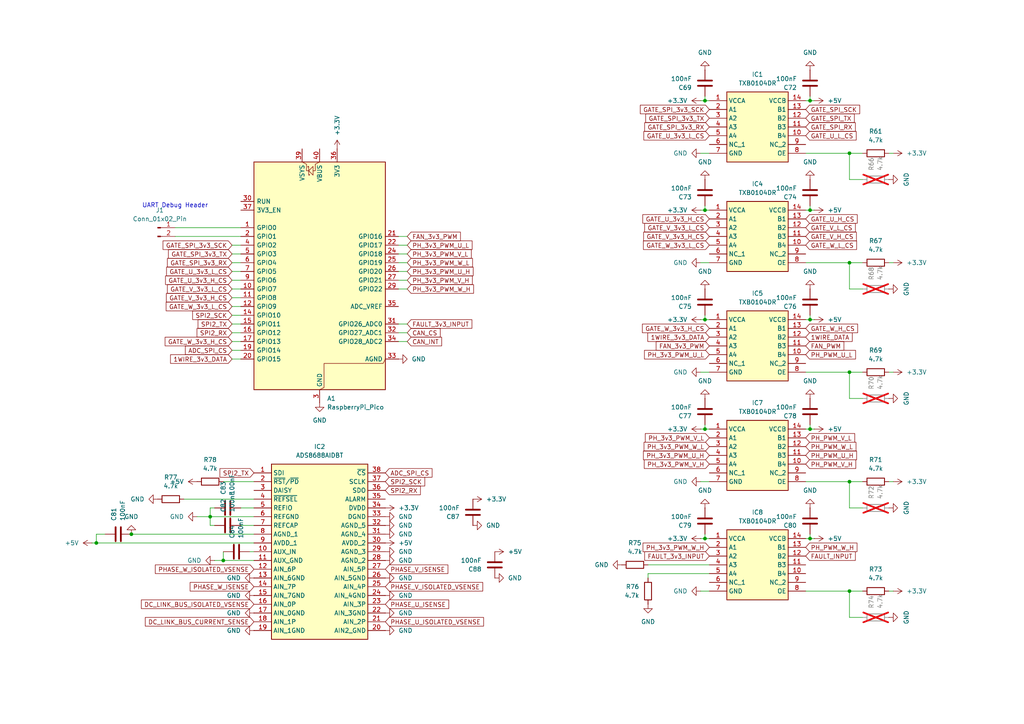
<source format=kicad_sch>
(kicad_sch (version 20250114) (generator "eeschema") (generator_version "9.0")
  (paper "A4")
  (text "UART Debug Header" (at 50.8 59.69 0) (effects (font (size 1.27 1.27))))
  (junction (at 234.95 29.21))
  (junction (at 234.95 156.21))
  (junction (at 204.47 29.21))
  (junction (at 64.77 162.56))
  (junction (at 234.95 60.96))
  (junction (at 246.38 107.95))
  (junction (at 246.38 139.7))
  (junction (at 246.38 76.2))
  (junction (at 204.47 124.46))
  (junction (at 204.47 92.71))
  (junction (at 27.94 157.48))
  (junction (at 38.1 154.94))
  (junction (at 204.47 60.96))
  (junction (at 246.38 171.45))
  (junction (at 204.47 156.21))
  (junction (at 60.96 149.86))
  (junction (at 234.95 124.46))
  (junction (at 246.38 44.45))
  (junction (at 234.95 92.71))
  (wire (pts (xy 118.11 81.28) (xy 115.57 81.28)))
  (wire (pts (xy 67.31 93.98) (xy 69.85 93.98)))
  (wire (pts (xy 203.2 156.21) (xy 204.47 156.21)))
  (wire (pts (xy 250.19 52.07) (xy 246.38 52.07)))
  (wire (pts (xy 62.23 147.32) (xy 60.96 147.32)))
  (wire (pts (xy 69.85 147.32) (xy 73.66 147.32)))
  (wire (pts (xy 118.11 76.2) (xy 115.57 76.2)))
  (wire (pts (xy 257.81 139.7) (xy 259.08 139.7)))
  (wire (pts (xy 233.68 29.21) (xy 234.95 29.21)))
  (wire (pts (xy 67.31 78.74) (xy 69.85 78.74)))
  (wire (pts (xy 60.96 147.32) (xy 60.96 149.86)))
  (wire (pts (xy 203.2 139.7) (xy 205.74 139.7)))
  (wire (pts (xy 72.39 160.02) (xy 73.66 160.02)))
  (wire (pts (xy 246.38 83.82) (xy 246.38 76.2)))
  (wire (pts (xy 67.31 81.28) (xy 69.85 81.28)))
  (wire (pts (xy 234.95 27.94) (xy 234.95 29.21)))
  (wire (pts (xy 233.68 44.45) (xy 246.38 44.45)))
  (wire (pts (xy 203.2 107.95) (xy 205.74 107.95)))
  (wire (pts (xy 118.11 78.74) (xy 115.57 78.74)))
  (wire (pts (xy 250.19 147.32) (xy 246.38 147.32)))
  (wire (pts (xy 233.68 92.71) (xy 234.95 92.71)))
  (wire (pts (xy 246.38 107.95) (xy 250.19 107.95)))
  (wire (pts (xy 233.68 156.21) (xy 234.95 156.21)))
  (wire (pts (xy 234.95 156.21) (xy 236.22 156.21)))
  (wire (pts (xy 204.47 156.21) (xy 205.74 156.21)))
  (wire (pts (xy 234.95 59.69) (xy 234.95 60.96)))
  (wire (pts (xy 234.95 124.46) (xy 236.22 124.46)))
  (wire (pts (xy 187.96 166.37) (xy 187.96 167.64)))
  (wire (pts (xy 30.48 154.94) (xy 27.94 154.94)))
  (wire (pts (xy 257.81 44.45) (xy 259.08 44.45)))
  (wire (pts (xy 64.77 139.7) (xy 73.66 139.7)))
  (wire (pts (xy 246.38 76.2) (xy 250.19 76.2)))
  (wire (pts (xy 246.38 115.57) (xy 246.38 107.95)))
  (wire (pts (xy 67.31 104.14) (xy 69.85 104.14)))
  (wire (pts (xy 67.31 88.9) (xy 69.85 88.9)))
  (wire (pts (xy 67.31 71.12) (xy 69.85 71.12)))
  (wire (pts (xy 204.47 29.21) (xy 205.74 29.21)))
  (wire (pts (xy 118.11 73.66) (xy 115.57 73.66)))
  (wire (pts (xy 204.47 60.96) (xy 205.74 60.96)))
  (wire (pts (xy 67.31 76.2) (xy 69.85 76.2)))
  (wire (pts (xy 233.68 124.46) (xy 234.95 124.46)))
  (wire (pts (xy 115.57 96.52) (xy 118.11 96.52)))
  (wire (pts (xy 204.47 59.69) (xy 204.47 60.96)))
  (wire (pts (xy 246.38 179.07) (xy 246.38 171.45)))
  (wire (pts (xy 204.47 91.44) (xy 204.47 92.71)))
  (wire (pts (xy 203.2 44.45) (xy 205.74 44.45)))
  (wire (pts (xy 118.11 93.98) (xy 115.57 93.98)))
  (wire (pts (xy 118.11 71.12) (xy 115.57 71.12)))
  (wire (pts (xy 50.8 66.04) (xy 69.85 66.04)))
  (wire (pts (xy 62.23 152.4) (xy 60.96 152.4)))
  (wire (pts (xy 246.38 44.45) (xy 250.19 44.45)))
  (wire (pts (xy 234.95 29.21) (xy 236.22 29.21)))
  (wire (pts (xy 27.94 154.94) (xy 27.94 157.48)))
  (wire (pts (xy 203.2 60.96) (xy 204.47 60.96)))
  (wire (pts (xy 60.96 149.86) (xy 60.96 152.4)))
  (wire (pts (xy 234.95 154.94) (xy 234.95 156.21)))
  (wire (pts (xy 246.38 52.07) (xy 246.38 44.45)))
  (wire (pts (xy 250.19 83.82) (xy 246.38 83.82)))
  (wire (pts (xy 50.8 68.58) (xy 69.85 68.58)))
  (wire (pts (xy 67.31 99.06) (xy 69.85 99.06)))
  (wire (pts (xy 118.11 83.82) (xy 115.57 83.82)))
  (wire (pts (xy 257.81 107.95) (xy 259.08 107.95)))
  (wire (pts (xy 67.31 83.82) (xy 69.85 83.82)))
  (wire (pts (xy 67.31 86.36) (xy 69.85 86.36)))
  (wire (pts (xy 233.68 139.7) (xy 246.38 139.7)))
  (wire (pts (xy 115.57 99.06) (xy 118.11 99.06)))
  (wire (pts (xy 27.94 157.48) (xy 73.66 157.48)))
  (wire (pts (xy 203.2 76.2) (xy 205.74 76.2)))
  (wire (pts (xy 233.68 60.96) (xy 234.95 60.96)))
  (wire (pts (xy 187.96 163.83) (xy 205.74 163.83)))
  (wire (pts (xy 233.68 76.2) (xy 246.38 76.2)))
  (wire (pts (xy 246.38 147.32) (xy 246.38 139.7)))
  (wire (pts (xy 69.85 152.4) (xy 73.66 152.4)))
  (wire (pts (xy 234.95 60.96) (xy 236.22 60.96)))
  (wire (pts (xy 250.19 179.07) (xy 246.38 179.07)))
  (wire (pts (xy 115.57 68.58) (xy 118.11 68.58)))
  (wire (pts (xy 67.31 101.6) (xy 69.85 101.6)))
  (wire (pts (xy 67.31 91.44) (xy 69.85 91.44)))
  (wire (pts (xy 204.47 27.94) (xy 204.47 29.21)))
  (wire (pts (xy 205.74 166.37) (xy 187.96 166.37)))
  (wire (pts (xy 257.81 76.2) (xy 259.08 76.2)))
  (wire (pts (xy 60.96 149.86) (xy 73.66 149.86)))
  (wire (pts (xy 246.38 139.7) (xy 250.19 139.7)))
  (wire (pts (xy 203.2 29.21) (xy 204.47 29.21)))
  (wire (pts (xy 204.47 154.94) (xy 204.47 156.21)))
  (wire (pts (xy 234.95 91.44) (xy 234.95 92.71)))
  (wire (pts (xy 204.47 92.71) (xy 205.74 92.71)))
  (wire (pts (xy 250.19 115.57) (xy 246.38 115.57)))
  (wire (pts (xy 234.95 92.71) (xy 236.22 92.71)))
  (wire (pts (xy 67.31 96.52) (xy 69.85 96.52)))
  (wire (pts (xy 67.31 73.66) (xy 69.85 73.66)))
  (wire (pts (xy 246.38 171.45) (xy 250.19 171.45)))
  (wire (pts (xy 233.68 107.95) (xy 246.38 107.95)))
  (wire (pts (xy 64.77 162.56) (xy 73.66 162.56)))
  (wire (pts (xy 203.2 171.45) (xy 205.74 171.45)))
  (wire (pts (xy 57.15 149.86) (xy 60.96 149.86)))
  (wire (pts (xy 234.95 123.19) (xy 234.95 124.46)))
  (wire (pts (xy 53.34 144.78) (xy 73.66 144.78)))
  (wire (pts (xy 233.68 171.45) (xy 246.38 171.45)))
  (wire (pts (xy 62.23 162.56) (xy 64.77 162.56)))
  (wire (pts (xy 204.47 123.19) (xy 204.47 124.46)))
  (wire (pts (xy 26.67 157.48) (xy 27.94 157.48)))
  (wire (pts (xy 257.81 171.45) (xy 259.08 171.45)))
  (wire (pts (xy 38.1 154.94) (xy 73.66 154.94)))
  (wire (pts (xy 64.77 160.02) (xy 64.77 162.56)))
  (wire (pts (xy 203.2 92.71) (xy 204.47 92.71)))
  (wire (pts (xy 203.2 124.46) (xy 204.47 124.46)))
  (wire (pts (xy 204.47 124.46) (xy 205.74 124.46)))
  (global_label "PH_3v3_PWM_U_H" (shape input) (at 118.11 78.74 0) (property "Intersheetrefs" "${INTERSHEET_REFS}" (effects (hide yes))))
  (global_label "FAN_3v3_PWM" (shape input) (at 118.11 68.58 0) (property "Intersheetrefs" "${INTERSHEET_REFS}" (effects (hide yes))))
  (global_label "SPI2_TX" (shape input) (at 73.66 137.16 180) (property "Intersheetrefs" "${INTERSHEET_REFS}" (effects (hide yes))))
  (global_label "PH_3v3_PWM_W_L" (shape input) (at 205.74 129.54 180) (property "Intersheetrefs" "${INTERSHEET_REFS}" (effects (hide yes))))
  (global_label "PH_PWM_U_H" (shape input) (at 233.68 132.08 0) (property "Intersheetrefs" "${INTERSHEET_REFS}" (effects (hide yes))))
  (global_label "GATE_V_3v3_L_CS" (shape input) (at 205.74 66.04 180) (property "Intersheetrefs" "${INTERSHEET_REFS}" (effects (hide yes))))
  (global_label "PHASE_V_ISENSE" (shape input) (at 111.76 165.1 0) (property "Intersheetrefs" "${INTERSHEET_REFS}" (effects (hide yes))))
  (global_label "PH_3v3_PWM_U_L" (shape input) (at 205.74 102.87 180) (property "Intersheetrefs" "${INTERSHEET_REFS}" (effects (hide yes))))
  (global_label "SPI2_TX" (shape input) (at 67.31 93.98 180) (property "Intersheetrefs" "${INTERSHEET_REFS}" (effects (hide yes))))
  (global_label "GATE_V_H_CS" (shape input) (at 233.68 68.58 0) (property "Intersheetrefs" "${INTERSHEET_REFS}" (effects (hide yes))))
  (global_label "GATE_W_3v3_H_CS" (shape input) (at 205.74 95.25 180) (property "Intersheetrefs" "${INTERSHEET_REFS}" (effects (hide yes))))
  (global_label "PH_3v3_PWM_V_L" (shape input) (at 205.74 127 180) (property "Intersheetrefs" "${INTERSHEET_REFS}" (effects (hide yes))))
  (global_label "GATE_U_3v3_L_CS" (shape input) (at 67.31 78.74 180) (property "Intersheetrefs" "${INTERSHEET_REFS}" (effects (hide yes))))
  (global_label "GATE_SPI_SCK" (shape input) (at 233.68 31.75 0) (property "Intersheetrefs" "${INTERSHEET_REFS}" (effects (hide yes))))
  (global_label "SPI2_SCK" (shape input) (at 111.76 139.7 0) (property "Intersheetrefs" "${INTERSHEET_REFS}" (effects (hide yes))))
  (global_label "FAULT_3v3_INPUT" (shape input) (at 205.74 161.29 180) (property "Intersheetrefs" "${INTERSHEET_REFS}" (effects (hide yes))))
  (global_label "GATE_SPI_3v3_TX" (shape input) (at 67.31 73.66 180) (property "Intersheetrefs" "${INTERSHEET_REFS}" (effects (hide yes))))
  (global_label "GATE_SPI_3v3_TX" (shape input) (at 205.74 34.29 180) (property "Intersheetrefs" "${INTERSHEET_REFS}" (effects (hide yes))))
  (global_label "ADC_SPI_CS" (shape input) (at 67.31 101.6 180) (property "Intersheetrefs" "${INTERSHEET_REFS}" (effects (hide yes))))
  (global_label "GATE_SPI_RX" (shape input) (at 233.68 36.83 0) (property "Intersheetrefs" "${INTERSHEET_REFS}" (effects (hide yes))))
  (global_label "FAN_PWM" (shape input) (at 233.68 100.33 0) (property "Intersheetrefs" "${INTERSHEET_REFS}" (effects (hide yes))))
  (global_label "PHASE_W_ISOLATED_VSENSE" (shape input) (at 73.66 165.1 180) (property "Intersheetrefs" "${INTERSHEET_REFS}" (effects (hide yes))))
  (global_label "PH_PWM_V_H" (shape input) (at 233.68 134.62 0) (property "Intersheetrefs" "${INTERSHEET_REFS}" (effects (hide yes))))
  (global_label "PH_3v3_PWM_W_H" (shape input) (at 205.74 158.75 180) (property "Intersheetrefs" "${INTERSHEET_REFS}" (effects (hide yes))))
  (global_label "DC_LINK_BUS_CURRENT_SENSE" (shape input) (at 73.66 180.34 180) (property "Intersheetrefs" "${INTERSHEET_REFS}" (effects (hide yes))))
  (global_label "PH_PWM_W_L" (shape input) (at 233.68 129.54 0) (property "Intersheetrefs" "${INTERSHEET_REFS}" (effects (hide yes))))
  (global_label "GATE_U_L_CS" (shape input) (at 233.68 39.37 0) (property "Intersheetrefs" "${INTERSHEET_REFS}" (effects (hide yes))))
  (global_label "PH_3v3_PWM_U_L" (shape input) (at 118.11 71.12 0) (property "Intersheetrefs" "${INTERSHEET_REFS}" (effects (hide yes))))
  (global_label "1WIRE_3v3_DATA" (shape input) (at 67.31 104.14 180) (property "Intersheetrefs" "${INTERSHEET_REFS}" (effects (hide yes))))
  (global_label "PH_PWM_U_L" (shape input) (at 233.68 102.87 0) (property "Intersheetrefs" "${INTERSHEET_REFS}" (effects (hide yes))))
  (global_label "GATE_W_3v3_L_CS" (shape input) (at 67.31 88.9 180) (property "Intersheetrefs" "${INTERSHEET_REFS}" (effects (hide yes))))
  (global_label "PHASE_U_ISOLATED_VSENSE" (shape input) (at 111.76 180.34 0) (property "Intersheetrefs" "${INTERSHEET_REFS}" (effects (hide yes))))
  (global_label "CAN_CS" (shape input) (at 118.11 96.52 0) (property "Intersheetrefs" "${INTERSHEET_REFS}" (effects (hide yes))))
  (global_label "1WIRE_3v3_DATA" (shape input) (at 205.74 97.79 180) (property "Intersheetrefs" "${INTERSHEET_REFS}" (effects (hide yes))))
  (global_label "GATE_SPI_3v3_SCK" (shape input) (at 67.31 71.12 180) (property "Intersheetrefs" "${INTERSHEET_REFS}" (effects (hide yes))))
  (global_label "1WIRE_DATA" (shape input) (at 233.68 97.79 0) (property "Intersheetrefs" "${INTERSHEET_REFS}" (effects (hide yes))))
  (global_label "PHASE_V_ISOLATED_VSENSE" (shape input) (at 111.76 170.18 0) (property "Intersheetrefs" "${INTERSHEET_REFS}" (effects (hide yes))))
  (global_label "GATE_SPI_TX" (shape input) (at 233.68 34.29 0) (property "Intersheetrefs" "${INTERSHEET_REFS}" (effects (hide yes))))
  (global_label "SPI2_RX" (shape input) (at 67.31 96.52 180) (property "Intersheetrefs" "${INTERSHEET_REFS}" (effects (hide yes))))
  (global_label "SPI2_SCK" (shape input) (at 67.31 91.44 180) (property "Intersheetrefs" "${INTERSHEET_REFS}" (effects (hide yes))))
  (global_label "GATE_W_L_CS" (shape input) (at 233.68 71.12 0) (property "Intersheetrefs" "${INTERSHEET_REFS}" (effects (hide yes))))
  (global_label "GATE_W_3v3_L_CS" (shape input) (at 205.74 71.12 180) (property "Intersheetrefs" "${INTERSHEET_REFS}" (effects (hide yes))))
  (global_label "PH_PWM_W_H" (shape input) (at 233.68 158.75 0) (property "Intersheetrefs" "${INTERSHEET_REFS}" (effects (hide yes))))
  (global_label "GATE_V_L_CS" (shape input) (at 233.68 66.04 0) (property "Intersheetrefs" "${INTERSHEET_REFS}" (effects (hide yes))))
  (global_label "FAULT_INPUT" (shape input) (at 233.68 161.29 0) (property "Intersheetrefs" "${INTERSHEET_REFS}" (effects (hide yes))))
  (global_label "FAULT_3v3_INPUT" (shape input) (at 118.11 93.98 0) (property "Intersheetrefs" "${INTERSHEET_REFS}" (effects (hide yes))))
  (global_label "GATE_W_H_CS" (shape input) (at 233.68 95.25 0) (property "Intersheetrefs" "${INTERSHEET_REFS}" (effects (hide yes))))
  (global_label "PH_3v3_PWM_W_H" (shape input) (at 118.11 83.82 0) (property "Intersheetrefs" "${INTERSHEET_REFS}" (effects (hide yes))))
  (global_label "GATE_SPI_3v3_SCK" (shape input) (at 205.74 31.75 180) (property "Intersheetrefs" "${INTERSHEET_REFS}" (effects (hide yes))))
  (global_label "CAN_INT" (shape input) (at 118.11 99.06 0) (property "Intersheetrefs" "${INTERSHEET_REFS}" (effects (hide yes))))
  (global_label "GATE_U_3v3_L_CS" (shape input) (at 205.74 39.37 180) (property "Intersheetrefs" "${INTERSHEET_REFS}" (effects (hide yes))))
  (global_label "FAN_3v3_PWM" (shape input) (at 205.74 100.33 180) (property "Intersheetrefs" "${INTERSHEET_REFS}" (effects (hide yes))))
  (global_label "GATE_W_3v3_H_CS" (shape input) (at 67.31 99.06 180) (property "Intersheetrefs" "${INTERSHEET_REFS}" (effects (hide yes))))
  (global_label "GATE_U_3v3_H_CS" (shape input) (at 205.74 63.5 180) (property "Intersheetrefs" "${INTERSHEET_REFS}" (effects (hide yes))))
  (global_label "GATE_V_3v3_L_CS" (shape input) (at 67.31 83.82 180) (property "Intersheetrefs" "${INTERSHEET_REFS}" (effects (hide yes))))
  (global_label "GATE_U_H_CS" (shape input) (at 233.68 63.5 0) (property "Intersheetrefs" "${INTERSHEET_REFS}" (effects (hide yes))))
  (global_label "SPI2_RX" (shape input) (at 111.76 142.24 0) (property "Intersheetrefs" "${INTERSHEET_REFS}" (effects (hide yes))))
  (global_label "PH_PWM_V_L" (shape input) (at 233.68 127 0) (property "Intersheetrefs" "${INTERSHEET_REFS}" (effects (hide yes))))
  (global_label "PH_3v3_PWM_V_H" (shape input) (at 118.11 81.28 0) (property "Intersheetrefs" "${INTERSHEET_REFS}" (effects (hide yes))))
  (global_label "GATE_SPI_3v3_RX" (shape input) (at 205.74 36.83 180) (property "Intersheetrefs" "${INTERSHEET_REFS}" (effects (hide yes))))
  (global_label "ADC_SPI_CS" (shape input) (at 111.76 137.16 0) (property "Intersheetrefs" "${INTERSHEET_REFS}" (effects (hide yes))))
  (global_label "GATE_V_3v3_H_CS" (shape input) (at 205.74 68.58 180) (property "Intersheetrefs" "${INTERSHEET_REFS}" (effects (hide yes))))
  (global_label "PH_3v3_PWM_V_L" (shape input) (at 118.11 73.66 0) (property "Intersheetrefs" "${INTERSHEET_REFS}" (effects (hide yes))))
  (global_label "PHASE_U_ISENSE" (shape input) (at 111.76 175.26 0) (property "Intersheetrefs" "${INTERSHEET_REFS}" (effects (hide yes))))
  (global_label "GATE_U_3v3_H_CS" (shape input) (at 67.31 81.28 180) (property "Intersheetrefs" "${INTERSHEET_REFS}" (effects (hide yes))))
  (global_label "PHASE_W_ISENSE" (shape input) (at 73.66 170.18 180) (property "Intersheetrefs" "${INTERSHEET_REFS}" (effects (hide yes))))
  (global_label "PH_3v3_PWM_V_H" (shape input) (at 205.74 134.62 180) (property "Intersheetrefs" "${INTERSHEET_REFS}" (effects (hide yes))))
  (global_label "GATE_SPI_3v3_RX" (shape input) (at 67.31 76.2 180) (property "Intersheetrefs" "${INTERSHEET_REFS}" (effects (hide yes))))
  (global_label "GATE_V_3v3_H_CS" (shape input) (at 67.31 86.36 180) (property "Intersheetrefs" "${INTERSHEET_REFS}" (effects (hide yes))))
  (global_label "PH_3v3_PWM_W_L" (shape input) (at 118.11 76.2 0) (property "Intersheetrefs" "${INTERSHEET_REFS}" (effects (hide yes))))
  (global_label "PH_3v3_PWM_U_H" (shape input) (at 205.74 132.08 180) (property "Intersheetrefs" "${INTERSHEET_REFS}" (effects (hide yes))))
  (global_label "DC_LINK_BUS_ISOLATED_VSENSE" (shape input) (at 73.66 175.26 180) (property "Intersheetrefs" "${INTERSHEET_REFS}" (effects (hide yes))))
  (symbol (lib_id "Device:C") (at 234.95 87.63 180) (unit 1)
    (property "Reference" "C76" (at 231.14 88.9001 0) (effects (justify left)))
    (property "Value" "100nF" (at 231.14 86.36 0) (effects (justify left)))
    (property "Footprint" "Capacitor_SMD:C_1210_3225Metric_Pad1.33x2.70mm_HandSolder" (effects (hide yes)))
    (property "Description" "Unpolarized capacitor" (effects (hide yes)))
  )
  (symbol (lib_id "Device:R") (at 254 115.57 270) (unit 1) (dnp yes)
    (property "Reference" "R70" (at 252.7299 113.03 0) (effects (justify right)))
    (property "Value" "4.7k" (at 255.2699 113.03 0) (effects (justify right)))
    (property "Footprint" "Resistor_SMD:R_1210_3225Metric_Pad1.30x2.65mm_HandSolder" (effects (hide yes)))
    (property "Description" "Resistor" (effects (hide yes)))
  )
  (symbol (lib_id "power:+3.3V") (at 97.79 43.18 0) (unit 1)
    (property "Reference" "#PWR02" (effects (hide yes)))
    (property "Value" "+3.3V" (at 97.7901 39.37 90) (effects (justify left)))
    (property "Description" "Power symbol creates a global label with name \"+3.3V\"" (effects (hide yes)))
  )
  (symbol (lib_id "power:GND") (at 257.81 115.57 90) (unit 1)
    (property "Reference" "#PWR0112" (effects (hide yes)))
    (property "Value" "GND" (at 262.89 115.57 0))
    (property "Description" "Power symbol creates a global label with name \"GND\" , ground" (effects (hide yes)))
  )
  (symbol (lib_id "Device:R") (at 254 76.2 90) (unit 1)
    (property "Reference" "R67" (at 254 69.85 90))
    (property "Value" "4.7k" (at 254 72.39 90))
    (property "Footprint" "Resistor_SMD:R_1210_3225Metric_Pad1.30x2.65mm_HandSolder" (effects (hide yes)))
    (property "Description" "Resistor" (effects (hide yes)))
  )
  (symbol (lib_id "Device:R") (at 254 52.07 270) (unit 1) (dnp yes)
    (property "Reference" "R66" (at 252.7299 49.53 0) (effects (justify right)))
    (property "Value" "4.7k" (at 255.2699 49.53 0) (effects (justify right)))
    (property "Footprint" "Resistor_SMD:R_1210_3225Metric_Pad1.30x2.65mm_HandSolder" (effects (hide yes)))
    (property "Description" "Resistor" (effects (hide yes)))
  )
  (symbol (lib_id "power:GND") (at 73.66 182.88 270) (unit 1)
    (property "Reference" "#PWR0148" (effects (hide yes)))
    (property "Value" "GND" (at 69.85 182.8799 90) (effects (justify right)))
    (property "Description" "Power symbol creates a global label with name \"GND\" , ground" (effects (hide yes)))
  )
  (symbol (lib_id "power:GND") (at 204.47 83.82 180) (unit 1)
    (property "Reference" "#PWR0109" (effects (hide yes)))
    (property "Value" "GND" (at 204.47 78.74 0))
    (property "Description" "Power symbol creates a global label with name \"GND\" , ground" (effects (hide yes)))
  )
  (symbol (lib_id "Device:C") (at 204.47 119.38 180) (unit 1)
    (property "Reference" "C77" (at 200.66 120.6501 0) (effects (justify left)))
    (property "Value" "100nF" (at 200.66 118.11 0) (effects (justify left)))
    (property "Footprint" "Capacitor_SMD:C_1210_3225Metric_Pad1.33x2.70mm_HandSolder" (effects (hide yes)))
    (property "Description" "Unpolarized capacitor" (effects (hide yes)))
  )
  (symbol (lib_id "power:GND") (at 73.66 167.64 270) (unit 1)
    (property "Reference" "#PWR0151" (effects (hide yes)))
    (property "Value" "GND" (at 69.85 167.6399 90) (effects (justify right)))
    (property "Description" "Power symbol creates a global label with name \"GND\" , ground" (effects (hide yes)))
  )
  (symbol (lib_id "power:+3.3V") (at 111.76 147.32 270) (unit 1)
    (property "Reference" "#PWR0135" (effects (hide yes)))
    (property "Value" "+3.3V" (at 115.57 147.3199 90) (effects (justify left)))
    (property "Description" "Power symbol creates a global label with name \"+3.3V\"" (effects (hide yes)))
  )
  (symbol (lib_id "power:GND") (at 204.47 147.32 180) (unit 1)
    (property "Reference" "#PWR0127" (effects (hide yes)))
    (property "Value" "GND" (at 204.47 142.24 0))
    (property "Description" "Power symbol creates a global label with name \"GND\" , ground" (effects (hide yes)))
  )
  (symbol (lib_id "power:+3.3V") (at 259.08 76.2 270) (unit 1)
    (property "Reference" "#PWR026" (effects (hide yes)))
    (property "Value" "+3.3V" (at 262.89 76.1999 90) (effects (justify left)))
    (property "Description" "Power symbol creates a global label with name \"+3.3V\"" (effects (hide yes)))
  )
  (symbol (lib_id "power:GND") (at 204.47 52.07 180) (unit 1)
    (property "Reference" "#PWR0105" (effects (hide yes)))
    (property "Value" "GND" (at 204.47 46.99 0))
    (property "Description" "Power symbol creates a global label with name \"GND\" , ground" (effects (hide yes)))
  )
  (symbol (lib_id "power:+3.3V") (at 203.2 156.21 90) (unit 1)
    (property "Reference" "#PWR0124" (effects (hide yes)))
    (property "Value" "+3.3V" (at 199.39 156.2099 90) (effects (justify left)))
    (property "Description" "Power symbol creates a global label with name \"+3.3V\"" (effects (hide yes)))
  )
  (symbol (lib_id "Device:R") (at 254 147.32 270) (unit 1) (dnp yes)
    (property "Reference" "R72" (at 252.7299 144.78 0) (effects (justify right)))
    (property "Value" "4.7k" (at 255.2699 144.78 0) (effects (justify right)))
    (property "Footprint" "Resistor_SMD:R_1210_3225Metric_Pad1.30x2.65mm_HandSolder" (effects (hide yes)))
    (property "Description" "Resistor" (effects (hide yes)))
  )
  (symbol (lib_id "power:GND") (at 111.76 167.64 90) (unit 1)
    (property "Reference" "#PWR0144" (effects (hide yes)))
    (property "Value" "GND" (at 115.57 167.6399 90) (effects (justify right)))
    (property "Description" "Power symbol creates a global label with name \"GND\" , ground" (effects (hide yes)))
  )
  (symbol (lib_id "power:GND") (at 180.34 163.83 270) (unit 1)
    (property "Reference" "#PWR0133" (effects (hide yes)))
    (property "Value" "GND" (at 176.53 163.8299 90) (effects (justify right)))
    (property "Description" "Power symbol creates a global label with name \"GND\" , ground" (effects (hide yes)))
  )
  (symbol (lib_id "power:GND") (at 203.2 139.7 270) (unit 1)
    (property "Reference" "#PWR0115" (effects (hide yes)))
    (property "Value" "GND" (at 199.39 139.6999 90) (effects (justify right)))
    (property "Description" "Power symbol creates a global label with name \"GND\" , ground" (effects (hide yes)))
  )
  (symbol (lib_id "Device:R") (at 184.15 163.83 90) (unit 1)
    (property "Reference" "R75" (at 184.15 157.48 90))
    (property "Value" "4.7k" (at 184.15 160.02 90))
    (property "Footprint" "Resistor_SMD:R_1210_3225Metric_Pad1.30x2.65mm_HandSolder" (effects (hide yes)))
    (property "Description" "Resistor" (effects (hide yes)))
  )
  (symbol (lib_id "Device:R") (at 60.96 139.7 90) (unit 1)
    (property "Reference" "R78" (at 60.96 133.35 90))
    (property "Value" "4.7k" (at 60.96 135.89 90))
    (property "Footprint" "Resistor_SMD:R_1210_3225Metric_Pad1.30x2.65mm_HandSolder" (effects (hide yes)))
    (property "Description" "Resistor" (effects (hide yes)))
  )
  (symbol (lib_id "power:GND") (at 203.2 171.45 270) (unit 1)
    (property "Reference" "#PWR0125" (effects (hide yes)))
    (property "Value" "GND" (at 199.39 171.4499 90) (effects (justify right)))
    (property "Description" "Power symbol creates a global label with name \"GND\" , ground" (effects (hide yes)))
  )
  (symbol (lib_id "power:+5V") (at 236.22 29.21 270) (unit 1)
    (property "Reference" "#PWR023" (effects (hide yes)))
    (property "Value" "+5V" (at 240.03 29.2099 90) (effects (justify left)))
    (property "Description" "Power symbol creates a global label with name \"+5V\"" (effects (hide yes)))
  )
  (symbol (lib_id "InverterCom:ADS8688AIDBT") (at 73.66 137.16 0) (unit 1)
    (property "Reference" "IC2" (at 92.71 129.54 0))
    (property "Value" "ADS8688AIDBT" (at 92.71 132.08 0))
    (property "Footprint" "InverterCom:SOP50P640X120-38M" (effects (hide yes)))
    (property "Datasheet" "http://www.ti.com/lit/gpn/ads8688a" (effects (hide yes)))
    (property "Description" "16-Bit, 500kSPS, 8-Ch SAR ADC With Bipolar Inputs Using 5V Supply and Low-Drift VREF" (effects (hide yes)))
    (property "Height" "1.2" (effects (hide yes)))
    (property "Mouser Part Number" "595-ADS8688AIDBT" (effects (hide yes)))
    (property "Mouser Price/Stock" "https://www.mouser.co.uk/ProductDetail/Texas-Instruments/ADS8688AIDBT?qs=xufs61hA5MZv%2F46DP%252BYoHw%3D%3D" (effects (hide yes)))
    (property "Manufacturer_Name" "Texas Instruments" (effects (hide yes)))
    (property "Manufacturer_Part_Number" "ADS8688AIDBT" (effects (hide yes)))
  )
  (symbol (lib_id "InverterCom:TXB0104DR") (at 205.74 156.21 0) (unit 1)
    (property "Reference" "IC8" (at 219.71 148.59 0))
    (property "Value" "TXB0104DR" (at 219.71 151.13 0))
    (property "Footprint" "InverterCom:SOIC127P600X175-14N" (effects (hide yes)))
    (property "Datasheet" "http://www.ti.com/lit/gpn/txb0104" (effects (hide yes)))
    (property "Description" "4-Bit Bidirectional Voltage-Level Shifter with Auto Direction Sensing and +/-15 kV ESD Protect" (effects (hide yes)))
    (property "Height" "1.75" (effects (hide yes)))
    (property "Mouser Part Number" "595-TXB0104DR" (effects (hide yes)))
    (property "Mouser Price/Stock" "https://www.mouser.co.uk/ProductDetail/Texas-Instruments/TXB0104DR?qs=oFXvjAmG9EgBSYD5QAjkqQ%3D%3D" (effects (hide yes)))
    (property "Manufacturer_Name" "Texas Instruments" (effects (hide yes)))
    (property "Manufacturer_Part_Number" "TXB0104DR" (effects (hide yes)))
  )
  (symbol (lib_id "power:GND") (at 38.1 154.94 180) (unit 1)
    (property "Reference" "#PWR0137" (effects (hide yes)))
    (property "Value" "GND" (at 38.1 149.86 0))
    (property "Description" "Power symbol creates a global label with name \"GND\" , ground" (effects (hide yes)))
  )
  (symbol (lib_id "power:GND") (at 115.57 104.14 90) (unit 1)
    (property "Reference" "#PWR021" (effects (hide yes)))
    (property "Value" "GND" (at 119.38 104.1399 90) (effects (justify right)))
    (property "Description" "Power symbol creates a global label with name \"GND\" , ground" (effects (hide yes)))
  )
  (symbol (lib_id "Device:C") (at 234.95 24.13 180) (unit 1)
    (property "Reference" "C72" (at 231.14 25.4001 0) (effects (justify left)))
    (property "Value" "100nF" (at 231.14 22.86 0) (effects (justify left)))
    (property "Footprint" "Capacitor_SMD:C_1210_3225Metric_Pad1.33x2.70mm_HandSolder" (effects (hide yes)))
    (property "Description" "Unpolarized capacitor" (effects (hide yes)))
  )
  (symbol (lib_id "power:GND") (at 111.76 149.86 90) (unit 1)
    (property "Reference" "#PWR0141" (effects (hide yes)))
    (property "Value" "GND" (at 115.57 149.8599 90) (effects (justify right)))
    (property "Description" "Power symbol creates a global label with name \"GND\" , ground" (effects (hide yes)))
  )
  (symbol (lib_id "power:+3.3V") (at 259.08 139.7 270) (unit 1)
    (property "Reference" "#PWR0123" (effects (hide yes)))
    (property "Value" "+3.3V" (at 262.89 139.6999 90) (effects (justify left)))
    (property "Description" "Power symbol creates a global label with name \"+3.3V\"" (effects (hide yes)))
  )
  (symbol (lib_id "power:+3.3V") (at 203.2 124.46 90) (unit 1)
    (property "Reference" "#PWR0114" (effects (hide yes)))
    (property "Value" "+3.3V" (at 199.39 124.4599 90) (effects (justify left)))
    (property "Description" "Power symbol creates a global label with name \"+3.3V\"" (effects (hide yes)))
  )
  (symbol (lib_id "power:GND") (at 203.2 44.45 270) (unit 1)
    (property "Reference" "#PWR088" (effects (hide yes)))
    (property "Value" "GND" (at 199.39 44.4499 90) (effects (justify right)))
    (property "Description" "Power symbol creates a global label with name \"GND\" , ground" (effects (hide yes)))
  )
  (symbol (lib_id "power:+5V") (at 26.67 157.48 90) (unit 1)
    (property "Reference" "#PWR0136" (effects (hide yes)))
    (property "Value" "+5V" (at 22.86 157.4799 90) (effects (justify left)))
    (property "Description" "Power symbol creates a global label with name \"+5V\"" (effects (hide yes)))
  )
  (symbol (lib_id "power:GND") (at 111.76 177.8 90) (unit 1)
    (property "Reference" "#PWR0146" (effects (hide yes)))
    (property "Value" "GND" (at 115.57 177.7999 90) (effects (justify right)))
    (property "Description" "Power symbol creates a global label with name \"GND\" , ground" (effects (hide yes)))
  )
  (symbol (lib_id "power:GND") (at 62.23 162.56 270) (unit 1)
    (property "Reference" "#PWR0152" (effects (hide yes)))
    (property "Value" "GND" (at 58.42 162.5599 90) (effects (justify right)))
    (property "Description" "Power symbol creates a global label with name \"GND\" , ground" (effects (hide yes)))
  )
  (symbol (lib_id "power:+3.3V") (at 259.08 107.95 270) (unit 1)
    (property "Reference" "#PWR0113" (effects (hide yes)))
    (property "Value" "+3.3V" (at 262.89 107.9499 90) (effects (justify left)))
    (property "Description" "Power symbol creates a global label with name \"+3.3V\"" (effects (hide yes)))
  )
  (symbol (lib_id "power:GND") (at 111.76 152.4 90) (unit 1)
    (property "Reference" "#PWR0140" (effects (hide yes)))
    (property "Value" "GND" (at 115.57 152.3999 90) (effects (justify right)))
    (property "Description" "Power symbol creates a global label with name \"GND\" , ground" (effects (hide yes)))
  )
  (symbol (lib_id "Device:R") (at 254 83.82 270) (unit 1) (dnp yes)
    (property "Reference" "R68" (at 252.7299 81.28 0) (effects (justify right)))
    (property "Value" "4.7k" (at 255.2699 81.28 0) (effects (justify right)))
    (property "Footprint" "Resistor_SMD:R_1210_3225Metric_Pad1.30x2.65mm_HandSolder" (effects (hide yes)))
    (property "Description" "Resistor" (effects (hide yes)))
  )
  (symbol (lib_id "power:+3.3V") (at 203.2 29.21 90) (unit 1)
    (property "Reference" "#PWR05" (effects (hide yes)))
    (property "Value" "+3.3V" (at 199.39 29.2099 90) (effects (justify left)))
    (property "Description" "Power symbol creates a global label with name \"+3.3V\"" (effects (hide yes)))
  )
  (symbol (lib_id "power:+3.3V") (at 203.2 92.71 90) (unit 1)
    (property "Reference" "#PWR027" (effects (hide yes)))
    (property "Value" "+3.3V" (at 199.39 92.7099 90) (effects (justify left)))
    (property "Description" "Power symbol creates a global label with name \"+3.3V\"" (effects (hide yes)))
  )
  (symbol (lib_id "power:+3.3V") (at 259.08 171.45 270) (unit 1)
    (property "Reference" "#PWR0131" (effects (hide yes)))
    (property "Value" "+3.3V" (at 262.89 171.4499 90) (effects (justify left)))
    (property "Description" "Power symbol creates a global label with name \"+3.3V\"" (effects (hide yes)))
  )
  (symbol (lib_id "power:+5V") (at 57.15 139.7 90) (unit 1)
    (property "Reference" "#PWR0158" (effects (hide yes)))
    (property "Value" "+5V" (at 53.34 139.6999 90) (effects (justify left)))
    (property "Description" "Power symbol creates a global label with name \"+5V\"" (effects (hide yes)))
  )
  (symbol (lib_id "MCU_Module:RaspberryPi_Pico") (at 92.71 81.28 0) (unit 1)
    (property "Reference" "A1" (at 94.8533 115.57 0) (effects (justify left)))
    (property "Value" "RaspberryPi_Pico" (at 94.8533 118.11 0) (effects (justify left)))
    (property "Footprint" "Module:RaspberryPi_Pico_Common_Unspecified" (effects (hide yes)))
    (property "Datasheet" "https://datasheets.raspberrypi.com/pico/pico-datasheet.pdf" (effects (hide yes)))
    (property "Description" "Versatile and inexpensive microcontroller module powered by RP2040 dual-core Arm Cortex-M0+ processor up to 133 MHz, 264kB SRAM, 2MB QSPI flash; also supports Raspberry Pi Pico 2" (effects (hide yes)))
  )
  (symbol (lib_id "Device:C") (at 234.95 119.38 180) (unit 1)
    (property "Reference" "C78" (at 231.14 120.6501 0) (effects (justify left)))
    (property "Value" "100nF" (at 231.14 118.11 0) (effects (justify left)))
    (property "Footprint" "Capacitor_SMD:C_1210_3225Metric_Pad1.33x2.70mm_HandSolder" (effects (hide yes)))
    (property "Description" "Unpolarized capacitor" (effects (hide yes)))
  )
  (symbol (lib_id "Device:R") (at 254 107.95 90) (unit 1)
    (property "Reference" "R69" (at 254 101.6 90))
    (property "Value" "4.7k" (at 254 104.14 90))
    (property "Footprint" "Resistor_SMD:R_1210_3225Metric_Pad1.30x2.65mm_HandSolder" (effects (hide yes)))
    (property "Description" "Resistor" (effects (hide yes)))
  )
  (symbol (lib_id "InverterCom:TXB0104DR") (at 205.74 29.21 0) (unit 1)
    (property "Reference" "IC1" (at 219.71 21.59 0))
    (property "Value" "TXB0104DR" (at 219.71 24.13 0))
    (property "Footprint" "InverterCom:SOIC127P600X175-14N" (effects (hide yes)))
    (property "Datasheet" "http://www.ti.com/lit/gpn/txb0104" (effects (hide yes)))
    (property "Description" "4-Bit Bidirectional Voltage-Level Shifter with Auto Direction Sensing and +/-15 kV ESD Protect" (effects (hide yes)))
    (property "Height" "1.75" (effects (hide yes)))
    (property "Mouser Part Number" "595-TXB0104DR" (effects (hide yes)))
    (property "Mouser Price/Stock" "https://www.mouser.co.uk/ProductDetail/Texas-Instruments/TXB0104DR?qs=oFXvjAmG9EgBSYD5QAjkqQ%3D%3D" (effects (hide yes)))
    (property "Manufacturer_Name" "Texas Instruments" (effects (hide yes)))
    (property "Manufacturer_Part_Number" "TXB0104DR" (effects (hide yes)))
  )
  (symbol (lib_id "power:+3.3V") (at 203.2 60.96 90) (unit 1)
    (property "Reference" "#PWR024" (effects (hide yes)))
    (property "Value" "+3.3V" (at 199.39 60.9599 90) (effects (justify left)))
    (property "Description" "Power symbol creates a global label with name \"+3.3V\"" (effects (hide yes)))
  )
  (symbol (lib_id "power:GND") (at 234.95 52.07 180) (unit 1)
    (property "Reference" "#PWR0106" (effects (hide yes)))
    (property "Value" "GND" (at 234.95 46.99 0))
    (property "Description" "Power symbol creates a global label with name \"GND\" , ground" (effects (hide yes)))
  )
  (symbol (lib_id "power:GND") (at 204.47 20.32 180) (unit 1)
    (property "Reference" "#PWR085" (effects (hide yes)))
    (property "Value" "GND" (at 204.47 15.24 0))
    (property "Description" "Power symbol creates a global label with name \"GND\" , ground" (effects (hide yes)))
  )
  (symbol (lib_id "Device:C") (at 143.51 163.83 180) (unit 1)
    (property "Reference" "C88" (at 139.7 165.1001 0) (effects (justify left)))
    (property "Value" "100nF" (at 139.7 162.56 0) (effects (justify left)))
    (property "Footprint" "Capacitor_SMD:C_1210_3225Metric_Pad1.33x2.70mm_HandSolder" (effects (hide yes)))
    (property "Description" "Unpolarized capacitor" (effects (hide yes)))
  )
  (symbol (lib_id "power:GND") (at 111.76 172.72 90) (unit 1)
    (property "Reference" "#PWR0145" (effects (hide yes)))
    (property "Value" "GND" (at 115.57 172.7199 90) (effects (justify right)))
    (property "Description" "Power symbol creates a global label with name \"GND\" , ground" (effects (hide yes)))
  )
  (symbol (lib_id "power:GND") (at 111.76 154.94 90) (unit 1)
    (property "Reference" "#PWR0139" (effects (hide yes)))
    (property "Value" "GND" (at 115.57 154.9399 90) (effects (justify right)))
    (property "Description" "Power symbol creates a global label with name \"GND\" , ground" (effects (hide yes)))
  )
  (symbol (lib_id "Device:C") (at 137.16 148.59 180) (unit 1)
    (property "Reference" "C87" (at 133.35 149.8601 0) (effects (justify left)))
    (property "Value" "100nF" (at 133.35 147.32 0) (effects (justify left)))
    (property "Footprint" "Capacitor_SMD:C_1210_3225Metric_Pad1.33x2.70mm_HandSolder" (effects (hide yes)))
    (property "Description" "Unpolarized capacitor" (effects (hide yes)))
  )
  (symbol (lib_id "Device:C") (at 66.04 152.4 90) (unit 1)
    (property "Reference" "C82" (at 64.7699 148.59 0) (effects (justify left)))
    (property "Value" "100nF" (at 67.31 148.59 0) (effects (justify left)))
    (property "Footprint" "Capacitor_SMD:C_1210_3225Metric_Pad1.33x2.70mm_HandSolder" (effects (hide yes)))
    (property "Description" "Unpolarized capacitor" (effects (hide yes)))
  )
  (symbol (lib_id "Device:R") (at 254 171.45 90) (unit 1)
    (property "Reference" "R73" (at 254 165.1 90))
    (property "Value" "4.7k" (at 254 167.64 90))
    (property "Footprint" "Resistor_SMD:R_1210_3225Metric_Pad1.30x2.65mm_HandSolder" (effects (hide yes)))
    (property "Description" "Resistor" (effects (hide yes)))
  )
  (symbol (lib_id "power:GND") (at 257.81 179.07 90) (unit 1)
    (property "Reference" "#PWR0130" (effects (hide yes)))
    (property "Value" "GND" (at 262.89 179.07 0))
    (property "Description" "Power symbol creates a global label with name \"GND\" , ground" (effects (hide yes)))
  )
  (symbol (lib_id "power:GND") (at 111.76 162.56 90) (unit 1)
    (property "Reference" "#PWR0143" (effects (hide yes)))
    (property "Value" "GND" (at 115.57 162.5599 90) (effects (justify right)))
    (property "Description" "Power symbol creates a global label with name \"GND\" , ground" (effects (hide yes)))
  )
  (symbol (lib_id "power:+5V") (at 236.22 60.96 270) (unit 1)
    (property "Reference" "#PWR025" (effects (hide yes)))
    (property "Value" "+5V" (at 240.03 60.9599 90) (effects (justify left)))
    (property "Description" "Power symbol creates a global label with name \"+5V\"" (effects (hide yes)))
  )
  (symbol (lib_id "Device:R") (at 254 44.45 90) (unit 1)
    (property "Reference" "R61" (at 254 38.1 90))
    (property "Value" "4.7k" (at 254 40.64 90))
    (property "Footprint" "Resistor_SMD:R_1210_3225Metric_Pad1.30x2.65mm_HandSolder" (effects (hide yes)))
    (property "Description" "Resistor" (effects (hide yes)))
  )
  (symbol (lib_id "power:GND") (at 203.2 76.2 270) (unit 1)
    (property "Reference" "#PWR0104" (effects (hide yes)))
    (property "Value" "GND" (at 199.39 76.1999 90) (effects (justify right)))
    (property "Description" "Power symbol creates a global label with name \"GND\" , ground" (effects (hide yes)))
  )
  (symbol (lib_id "Device:R") (at 254 179.07 270) (unit 1) (dnp yes)
    (property "Reference" "R74" (at 252.7299 176.53 0) (effects (justify right)))
    (property "Value" "4.7k" (at 255.2699 176.53 0) (effects (justify right)))
    (property "Footprint" "Resistor_SMD:R_1210_3225Metric_Pad1.30x2.65mm_HandSolder" (effects (hide yes)))
    (property "Description" "Resistor" (effects (hide yes)))
  )
  (symbol (lib_id "power:+3.3V") (at 259.08 44.45 270) (unit 1)
    (property "Reference" "#PWR06" (effects (hide yes)))
    (property "Value" "+3.3V" (at 262.89 44.4499 90) (effects (justify left)))
    (property "Description" "Power symbol creates a global label with name \"+3.3V\"" (effects (hide yes)))
  )
  (symbol (lib_id "InverterCom:TXB0104DR") (at 205.74 124.46 0) (unit 1)
    (property "Reference" "IC7" (at 219.71 116.84 0))
    (property "Value" "TXB0104DR" (at 219.71 119.38 0))
    (property "Footprint" "InverterCom:SOIC127P600X175-14N" (effects (hide yes)))
    (property "Datasheet" "http://www.ti.com/lit/gpn/txb0104" (effects (hide yes)))
    (property "Description" "4-Bit Bidirectional Voltage-Level Shifter with Auto Direction Sensing and +/-15 kV ESD Protect" (effects (hide yes)))
    (property "Height" "1.75" (effects (hide yes)))
    (property "Mouser Part Number" "595-TXB0104DR" (effects (hide yes)))
    (property "Mouser Price/Stock" "https://www.mouser.co.uk/ProductDetail/Texas-Instruments/TXB0104DR?qs=oFXvjAmG9EgBSYD5QAjkqQ%3D%3D" (effects (hide yes)))
    (property "Manufacturer_Name" "Texas Instruments" (effects (hide yes)))
    (property "Manufacturer_Part_Number" "TXB0104DR" (effects (hide yes)))
  )
  (symbol (lib_id "Device:C") (at 204.47 24.13 180) (unit 1)
    (property "Reference" "C69" (at 200.66 25.4001 0) (effects (justify left)))
    (property "Value" "100nF" (at 200.66 22.86 0) (effects (justify left)))
    (property "Footprint" "Capacitor_SMD:C_1210_3225Metric_Pad1.33x2.70mm_HandSolder" (effects (hide yes)))
    (property "Description" "Unpolarized capacitor" (effects (hide yes)))
  )
  (symbol (lib_id "power:GND") (at 234.95 115.57 180) (unit 1)
    (property "Reference" "#PWR0120" (effects (hide yes)))
    (property "Value" "GND" (at 234.95 110.49 0))
    (property "Description" "Power symbol creates a global label with name \"GND\" , ground" (effects (hide yes)))
  )
  (symbol (lib_id "Device:C") (at 234.95 55.88 180) (unit 1)
    (property "Reference" "C74" (at 231.14 57.1501 0) (effects (justify left)))
    (property "Value" "100nF" (at 231.14 54.61 0) (effects (justify left)))
    (property "Footprint" "Capacitor_SMD:C_1210_3225Metric_Pad1.33x2.70mm_HandSolder" (effects (hide yes)))
    (property "Description" "Unpolarized capacitor" (effects (hide yes)))
  )
  (symbol (lib_id "Device:C") (at 34.29 154.94 90) (unit 1)
    (property "Reference" "C81" (at 33.0199 151.13 0) (effects (justify left)))
    (property "Value" "100nF" (at 35.56 151.13 0) (effects (justify left)))
    (property "Footprint" "Capacitor_SMD:C_1210_3225Metric_Pad1.33x2.70mm_HandSolder" (effects (hide yes)))
    (property "Description" "Unpolarized capacitor" (effects (hide yes)))
  )
  (symbol (lib_id "power:GND") (at 234.95 20.32 180) (unit 1)
    (property "Reference" "#PWR087" (effects (hide yes)))
    (property "Value" "GND" (at 234.95 15.24 0))
    (property "Description" "Power symbol creates a global label with name \"GND\" , ground" (effects (hide yes)))
  )
  (symbol (lib_id "power:GND") (at 73.66 177.8 270) (unit 1)
    (property "Reference" "#PWR0149" (effects (hide yes)))
    (property "Value" "GND" (at 69.85 177.7999 90) (effects (justify right)))
    (property "Description" "Power symbol creates a global label with name \"GND\" , ground" (effects (hide yes)))
  )
  (symbol (lib_id "power:GND") (at 257.81 147.32 90) (unit 1)
    (property "Reference" "#PWR0122" (effects (hide yes)))
    (property "Value" "GND" (at 262.89 147.32 0))
    (property "Description" "Power symbol creates a global label with name \"GND\" , ground" (effects (hide yes)))
  )
  (symbol (lib_id "power:GND") (at 92.71 116.84 0) (unit 1)
    (property "Reference" "#PWR020" (effects (hide yes)))
    (property "Value" "GND" (at 92.71 121.92 0))
    (property "Description" "Power symbol creates a global label with name \"GND\" , ground" (effects (hide yes)))
  )
  (symbol (lib_id "power:+5V") (at 143.51 160.02 270) (unit 1)
    (property "Reference" "#PWR0161" (effects (hide yes)))
    (property "Value" "+5V" (at 147.32 160.0199 90) (effects (justify left)))
    (property "Description" "Power symbol creates a global label with name \"+5V\"" (effects (hide yes)))
  )
  (symbol (lib_id "Connector:Conn_01x02_Pin") (at 45.72 66.04 0) (unit 1)
    (property "Reference" "J1" (at 46.355 60.96 0))
    (property "Value" "Conn_01x02_Pin" (at 46.355 63.5 0))
    (property "Footprint" "Connector_PinHeader_2.54mm:PinHeader_1x02_P2.54mm_Vertical" (effects (hide yes)))
    (property "Description" "Generic connector, single row, 01x02, script generated" (effects (hide yes)))
  )
  (symbol (lib_id "Device:R") (at 49.53 144.78 90) (unit 1)
    (property "Reference" "R77" (at 49.53 138.43 90))
    (property "Value" "4.7k" (at 49.53 140.97 90))
    (property "Footprint" "Resistor_SMD:R_1210_3225Metric_Pad1.30x2.65mm_HandSolder" (effects (hide yes)))
    (property "Description" "Resistor" (effects (hide yes)))
  )
  (symbol (lib_id "power:GND") (at 234.95 83.82 180) (unit 1)
    (property "Reference" "#PWR0111" (effects (hide yes)))
    (property "Value" "GND" (at 234.95 78.74 0))
    (property "Description" "Power symbol creates a global label with name \"GND\" , ground" (effects (hide yes)))
  )
  (symbol (lib_id "Device:C") (at 204.47 151.13 180) (unit 1)
    (property "Reference" "C79" (at 200.66 152.4001 0) (effects (justify left)))
    (property "Value" "100nF" (at 200.66 149.86 0) (effects (justify left)))
    (property "Footprint" "Capacitor_SMD:C_1210_3225Metric_Pad1.33x2.70mm_HandSolder" (effects (hide yes)))
    (property "Description" "Unpolarized capacitor" (effects (hide yes)))
  )
  (symbol (lib_id "Device:C") (at 68.58 160.02 90) (unit 1)
    (property "Reference" "C84" (at 67.3099 156.21 0) (effects (justify left)))
    (property "Value" "100nF" (at 69.85 156.21 0) (effects (justify left)))
    (property "Footprint" "Capacitor_SMD:C_1210_3225Metric_Pad1.33x2.70mm_HandSolder" (effects (hide yes)))
    (property "Description" "Unpolarized capacitor" (effects (hide yes)))
  )
  (symbol (lib_id "power:GND") (at 187.96 175.26 0) (unit 1)
    (property "Reference" "#PWR0132" (effects (hide yes)))
    (property "Value" "GND" (at 187.96 180.34 0))
    (property "Description" "Power symbol creates a global label with name \"GND\" , ground" (effects (hide yes)))
  )
  (symbol (lib_id "power:GND") (at 137.16 152.4 90) (unit 1)
    (property "Reference" "#PWR0160" (effects (hide yes)))
    (property "Value" "GND" (at 140.97 152.3999 90) (effects (justify right)))
    (property "Description" "Power symbol creates a global label with name \"GND\" , ground" (effects (hide yes)))
  )
  (symbol (lib_id "power:GND") (at 257.81 52.07 90) (unit 1)
    (property "Reference" "#PWR0102" (effects (hide yes)))
    (property "Value" "GND" (at 262.89 52.07 0))
    (property "Description" "Power symbol creates a global label with name \"GND\" , ground" (effects (hide yes)))
  )
  (symbol (lib_id "power:+5V") (at 236.22 124.46 270) (unit 1)
    (property "Reference" "#PWR0121" (effects (hide yes)))
    (property "Value" "+5V" (at 240.03 124.4599 90) (effects (justify left)))
    (property "Description" "Power symbol creates a global label with name \"+5V\"" (effects (hide yes)))
  )
  (symbol (lib_id "power:GND") (at 57.15 149.86 270) (unit 1)
    (property "Reference" "#PWR0153" (effects (hide yes)))
    (property "Value" "GND" (at 53.34 149.8599 90) (effects (justify right)))
    (property "Description" "Power symbol creates a global label with name \"GND\" , ground" (effects (hide yes)))
  )
  (symbol (lib_id "power:GND") (at 111.76 160.02 90) (unit 1)
    (property "Reference" "#PWR0142" (effects (hide yes)))
    (property "Value" "GND" (at 115.57 160.0199 90) (effects (justify right)))
    (property "Description" "Power symbol creates a global label with name \"GND\" , ground" (effects (hide yes)))
  )
  (symbol (lib_id "power:+5V") (at 236.22 92.71 270) (unit 1)
    (property "Reference" "#PWR028" (effects (hide yes)))
    (property "Value" "+5V" (at 240.03 92.7099 90) (effects (justify left)))
    (property "Description" "Power symbol creates a global label with name \"+5V\"" (effects (hide yes)))
  )
  (symbol (lib_id "power:+3.3V") (at 137.16 144.78 270) (unit 1)
    (property "Reference" "#PWR0159" (effects (hide yes)))
    (property "Value" "+3.3V" (at 140.97 144.7799 90) (effects (justify left)))
    (property "Description" "Power symbol creates a global label with name \"+3.3V\"" (effects (hide yes)))
  )
  (symbol (lib_id "power:GND") (at 204.47 115.57 180) (unit 1)
    (property "Reference" "#PWR0119" (effects (hide yes)))
    (property "Value" "GND" (at 204.47 110.49 0))
    (property "Description" "Power symbol creates a global label with name \"GND\" , ground" (effects (hide yes)))
  )
  (symbol (lib_id "Device:R") (at 254 139.7 90) (unit 1)
    (property "Reference" "R71" (at 254 133.35 90))
    (property "Value" "4.7k" (at 254 135.89 90))
    (property "Footprint" "Resistor_SMD:R_1210_3225Metric_Pad1.30x2.65mm_HandSolder" (effects (hide yes)))
    (property "Description" "Resistor" (effects (hide yes)))
  )
  (symbol (lib_id "power:+5V") (at 111.76 157.48 270) (unit 1)
    (property "Reference" "#PWR0138" (effects (hide yes)))
    (property "Value" "+5V" (at 115.57 157.4799 90) (effects (justify left)))
    (property "Description" "Power symbol creates a global label with name \"+5V\"" (effects (hide yes)))
  )
  (symbol (lib_id "power:GND") (at 257.81 83.82 90) (unit 1)
    (property "Reference" "#PWR0107" (effects (hide yes)))
    (property "Value" "GND" (at 262.89 83.82 0))
    (property "Description" "Power symbol creates a global label with name \"GND\" , ground" (effects (hide yes)))
  )
  (symbol (lib_id "power:+5V") (at 236.22 156.21 270) (unit 1)
    (property "Reference" "#PWR0129" (effects (hide yes)))
    (property "Value" "+5V" (at 240.03 156.2099 90) (effects (justify left)))
    (property "Description" "Power symbol creates a global label with name \"+5V\"" (effects (hide yes)))
  )
  (symbol (lib_id "power:GND") (at 203.2 107.95 270) (unit 1)
    (property "Reference" "#PWR0108" (effects (hide yes)))
    (property "Value" "GND" (at 199.39 107.9499 90) (effects (justify right)))
    (property "Description" "Power symbol creates a global label with name \"GND\" , ground" (effects (hide yes)))
  )
  (symbol (lib_id "Device:C") (at 234.95 151.13 180) (unit 1)
    (property "Reference" "C80" (at 231.14 152.4001 0) (effects (justify left)))
    (property "Value" "100nF" (at 231.14 149.86 0) (effects (justify left)))
    (property "Footprint" "Capacitor_SMD:C_1210_3225Metric_Pad1.33x2.70mm_HandSolder" (effects (hide yes)))
    (property "Description" "Unpolarized capacitor" (effects (hide yes)))
  )
  (symbol (lib_id "Device:R") (at 187.96 171.45 0) (mirror y) (unit 1)
    (property "Reference" "R76" (at 185.42 170.1799 0) (effects (justify left)))
    (property "Value" "4.7k" (at 185.42 172.7199 0) (effects (justify left)))
    (property "Footprint" "Resistor_SMD:R_1210_3225Metric_Pad1.30x2.65mm_HandSolder" (effects (hide yes)))
    (property "Description" "Resistor" (effects (hide yes)))
  )
  (symbol (lib_id "Device:C") (at 204.47 87.63 180) (unit 1)
    (property "Reference" "C75" (at 200.66 88.9001 0) (effects (justify left)))
    (property "Value" "100nF" (at 200.66 86.36 0) (effects (justify left)))
    (property "Footprint" "Capacitor_SMD:C_1210_3225Metric_Pad1.33x2.70mm_HandSolder" (effects (hide yes)))
    (property "Description" "Unpolarized capacitor" (effects (hide yes)))
  )
  (symbol (lib_id "power:GND") (at 45.72 144.78 270) (unit 1)
    (property "Reference" "#PWR0134" (effects (hide yes)))
    (property "Value" "GND" (at 41.91 144.7799 90) (effects (justify right)))
    (property "Description" "Power symbol creates a global label with name \"GND\" , ground" (effects (hide yes)))
  )
  (symbol (lib_id "InverterCom:TXB0104DR") (at 205.74 92.71 0) (unit 1)
    (property "Reference" "IC5" (at 219.71 85.09 0))
    (property "Value" "TXB0104DR" (at 219.71 87.63 0))
    (property "Footprint" "InverterCom:SOIC127P600X175-14N" (effects (hide yes)))
    (property "Datasheet" "http://www.ti.com/lit/gpn/txb0104" (effects (hide yes)))
    (property "Description" "4-Bit Bidirectional Voltage-Level Shifter with Auto Direction Sensing and +/-15 kV ESD Protect" (effects (hide yes)))
    (property "Height" "1.75" (effects (hide yes)))
    (property "Mouser Part Number" "595-TXB0104DR" (effects (hide yes)))
    (property "Mouser Price/Stock" "https://www.mouser.co.uk/ProductDetail/Texas-Instruments/TXB0104DR?qs=oFXvjAmG9EgBSYD5QAjkqQ%3D%3D" (effects (hide yes)))
    (property "Manufacturer_Name" "Texas Instruments" (effects (hide yes)))
    (property "Manufacturer_Part_Number" "TXB0104DR" (effects (hide yes)))
  )
  (symbol (lib_id "power:GND") (at 234.95 147.32 180) (unit 1)
    (property "Reference" "#PWR0128" (effects (hide yes)))
    (property "Value" "GND" (at 234.95 142.24 0))
    (property "Description" "Power symbol creates a global label with name \"GND\" , ground" (effects (hide yes)))
  )
  (symbol (lib_id "Device:C") (at 204.47 55.88 180) (unit 1)
    (property "Reference" "C73" (at 200.66 57.1501 0) (effects (justify left)))
    (property "Value" "100nF" (at 200.66 54.61 0) (effects (justify left)))
    (property "Footprint" "Capacitor_SMD:C_1210_3225Metric_Pad1.33x2.70mm_HandSolder" (effects (hide yes)))
    (property "Description" "Unpolarized capacitor" (effects (hide yes)))
  )
  (symbol (lib_id "power:GND") (at 143.51 167.64 90) (unit 1)
    (property "Reference" "#PWR0162" (effects (hide yes)))
    (property "Value" "GND" (at 147.32 167.6399 90) (effects (justify right)))
    (property "Description" "Power symbol creates a global label with name \"GND\" , ground" (effects (hide yes)))
  )
  (symbol (lib_id "InverterCom:TXB0104DR") (at 205.74 60.96 0) (unit 1)
    (property "Reference" "IC4" (at 219.71 53.34 0))
    (property "Value" "TXB0104DR" (at 219.71 55.88 0))
    (property "Footprint" "InverterCom:SOIC127P600X175-14N" (effects (hide yes)))
    (property "Datasheet" "http://www.ti.com/lit/gpn/txb0104" (effects (hide yes)))
    (property "Description" "4-Bit Bidirectional Voltage-Level Shifter with Auto Direction Sensing and +/-15 kV ESD Protect" (effects (hide yes)))
    (property "Height" "1.75" (effects (hide yes)))
    (property "Mouser Part Number" "595-TXB0104DR" (effects (hide yes)))
    (property "Mouser Price/Stock" "https://www.mouser.co.uk/ProductDetail/Texas-Instruments/TXB0104DR?qs=oFXvjAmG9EgBSYD5QAjkqQ%3D%3D" (effects (hide yes)))
    (property "Manufacturer_Name" "Texas Instruments" (effects (hide yes)))
    (property "Manufacturer_Part_Number" "TXB0104DR" (effects (hide yes)))
  )
  (symbol (lib_id "Device:C") (at 66.04 147.32 90) (unit 1)
    (property "Reference" "C83" (at 64.7699 143.51 0) (effects (justify left)))
    (property "Value" "100nF" (at 67.31 143.51 0) (effects (justify left)))
    (property "Footprint" "Capacitor_SMD:C_1210_3225Metric_Pad1.33x2.70mm_HandSolder" (effects (hide yes)))
    (property "Description" "Unpolarized capacitor" (effects (hide yes)))
  )
  (symbol (lib_id "power:GND") (at 73.66 172.72 270) (unit 1)
    (property "Reference" "#PWR0150" (effects (hide yes)))
    (property "Value" "GND" (at 69.85 172.7199 90) (effects (justify right)))
    (property "Description" "Power symbol creates a global label with name \"GND\" , ground" (effects (hide yes)))
  )
  (symbol (lib_id "power:GND") (at 111.76 182.88 90) (unit 1)
    (property "Reference" "#PWR0147" (effects (hide yes)))
    (property "Value" "GND" (at 115.57 182.8799 90) (effects (justify right)))
    (property "Description" "Power symbol creates a global label with name \"GND\" , ground" (effects (hide yes)))
  )
)
</source>
